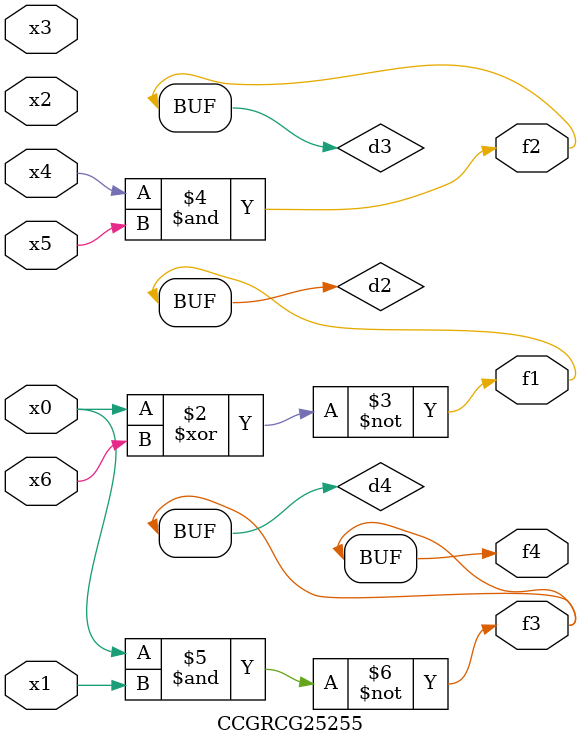
<source format=v>
module CCGRCG25255(
	input x0, x1, x2, x3, x4, x5, x6,
	output f1, f2, f3, f4
);

	wire d1, d2, d3, d4;

	nor (d1, x0);
	xnor (d2, x0, x6);
	and (d3, x4, x5);
	nand (d4, x0, x1);
	assign f1 = d2;
	assign f2 = d3;
	assign f3 = d4;
	assign f4 = d4;
endmodule

</source>
